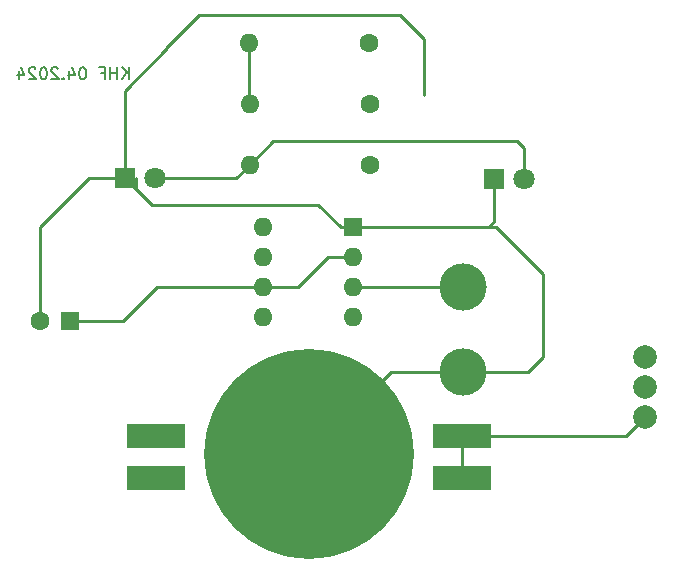
<source format=gbr>
%TF.GenerationSoftware,KiCad,Pcbnew,7.0.8*%
%TF.CreationDate,2024-05-08T14:15:31+02:00*%
%TF.ProjectId,PaperBot,50617065-7242-46f7-942e-6b696361645f,rev?*%
%TF.SameCoordinates,Original*%
%TF.FileFunction,Copper,L2,Bot*%
%TF.FilePolarity,Positive*%
%FSLAX46Y46*%
G04 Gerber Fmt 4.6, Leading zero omitted, Abs format (unit mm)*
G04 Created by KiCad (PCBNEW 7.0.8) date 2024-05-08 14:15:31*
%MOMM*%
%LPD*%
G01*
G04 APERTURE LIST*
%ADD10C,0.150000*%
%TA.AperFunction,NonConductor*%
%ADD11C,0.150000*%
%TD*%
%TA.AperFunction,ComponentPad*%
%ADD12R,1.800000X1.800000*%
%TD*%
%TA.AperFunction,ComponentPad*%
%ADD13C,1.800000*%
%TD*%
%TA.AperFunction,SMDPad,CuDef*%
%ADD14C,4.000000*%
%TD*%
%TA.AperFunction,ComponentPad*%
%ADD15R,1.600000X1.600000*%
%TD*%
%TA.AperFunction,ComponentPad*%
%ADD16C,1.600000*%
%TD*%
%TA.AperFunction,ComponentPad*%
%ADD17O,1.600000X1.600000*%
%TD*%
%TA.AperFunction,ComponentPad*%
%ADD18C,2.000000*%
%TD*%
%TA.AperFunction,SMDPad,CuDef*%
%ADD19R,5.000000X2.000000*%
%TD*%
%TA.AperFunction,SMDPad,CuDef*%
%ADD20C,17.780000*%
%TD*%
%TA.AperFunction,Conductor*%
%ADD21C,0.250000*%
%TD*%
G04 APERTURE END LIST*
D10*
D11*
X112003220Y-51429819D02*
X112003220Y-50429819D01*
X111431792Y-51429819D02*
X111860363Y-50858390D01*
X111431792Y-50429819D02*
X112003220Y-51001247D01*
X111003220Y-51429819D02*
X111003220Y-50429819D01*
X111003220Y-50906009D02*
X110431792Y-50906009D01*
X110431792Y-51429819D02*
X110431792Y-50429819D01*
X109622268Y-50906009D02*
X109955601Y-50906009D01*
X109955601Y-51429819D02*
X109955601Y-50429819D01*
X109955601Y-50429819D02*
X109479411Y-50429819D01*
X108146077Y-50429819D02*
X108050839Y-50429819D01*
X108050839Y-50429819D02*
X107955601Y-50477438D01*
X107955601Y-50477438D02*
X107907982Y-50525057D01*
X107907982Y-50525057D02*
X107860363Y-50620295D01*
X107860363Y-50620295D02*
X107812744Y-50810771D01*
X107812744Y-50810771D02*
X107812744Y-51048866D01*
X107812744Y-51048866D02*
X107860363Y-51239342D01*
X107860363Y-51239342D02*
X107907982Y-51334580D01*
X107907982Y-51334580D02*
X107955601Y-51382200D01*
X107955601Y-51382200D02*
X108050839Y-51429819D01*
X108050839Y-51429819D02*
X108146077Y-51429819D01*
X108146077Y-51429819D02*
X108241315Y-51382200D01*
X108241315Y-51382200D02*
X108288934Y-51334580D01*
X108288934Y-51334580D02*
X108336553Y-51239342D01*
X108336553Y-51239342D02*
X108384172Y-51048866D01*
X108384172Y-51048866D02*
X108384172Y-50810771D01*
X108384172Y-50810771D02*
X108336553Y-50620295D01*
X108336553Y-50620295D02*
X108288934Y-50525057D01*
X108288934Y-50525057D02*
X108241315Y-50477438D01*
X108241315Y-50477438D02*
X108146077Y-50429819D01*
X106955601Y-50763152D02*
X106955601Y-51429819D01*
X107193696Y-50382200D02*
X107431791Y-51096485D01*
X107431791Y-51096485D02*
X106812744Y-51096485D01*
X106431791Y-51334580D02*
X106384172Y-51382200D01*
X106384172Y-51382200D02*
X106431791Y-51429819D01*
X106431791Y-51429819D02*
X106479410Y-51382200D01*
X106479410Y-51382200D02*
X106431791Y-51334580D01*
X106431791Y-51334580D02*
X106431791Y-51429819D01*
X106003220Y-50525057D02*
X105955601Y-50477438D01*
X105955601Y-50477438D02*
X105860363Y-50429819D01*
X105860363Y-50429819D02*
X105622268Y-50429819D01*
X105622268Y-50429819D02*
X105527030Y-50477438D01*
X105527030Y-50477438D02*
X105479411Y-50525057D01*
X105479411Y-50525057D02*
X105431792Y-50620295D01*
X105431792Y-50620295D02*
X105431792Y-50715533D01*
X105431792Y-50715533D02*
X105479411Y-50858390D01*
X105479411Y-50858390D02*
X106050839Y-51429819D01*
X106050839Y-51429819D02*
X105431792Y-51429819D01*
X104812744Y-50429819D02*
X104717506Y-50429819D01*
X104717506Y-50429819D02*
X104622268Y-50477438D01*
X104622268Y-50477438D02*
X104574649Y-50525057D01*
X104574649Y-50525057D02*
X104527030Y-50620295D01*
X104527030Y-50620295D02*
X104479411Y-50810771D01*
X104479411Y-50810771D02*
X104479411Y-51048866D01*
X104479411Y-51048866D02*
X104527030Y-51239342D01*
X104527030Y-51239342D02*
X104574649Y-51334580D01*
X104574649Y-51334580D02*
X104622268Y-51382200D01*
X104622268Y-51382200D02*
X104717506Y-51429819D01*
X104717506Y-51429819D02*
X104812744Y-51429819D01*
X104812744Y-51429819D02*
X104907982Y-51382200D01*
X104907982Y-51382200D02*
X104955601Y-51334580D01*
X104955601Y-51334580D02*
X105003220Y-51239342D01*
X105003220Y-51239342D02*
X105050839Y-51048866D01*
X105050839Y-51048866D02*
X105050839Y-50810771D01*
X105050839Y-50810771D02*
X105003220Y-50620295D01*
X105003220Y-50620295D02*
X104955601Y-50525057D01*
X104955601Y-50525057D02*
X104907982Y-50477438D01*
X104907982Y-50477438D02*
X104812744Y-50429819D01*
X104098458Y-50525057D02*
X104050839Y-50477438D01*
X104050839Y-50477438D02*
X103955601Y-50429819D01*
X103955601Y-50429819D02*
X103717506Y-50429819D01*
X103717506Y-50429819D02*
X103622268Y-50477438D01*
X103622268Y-50477438D02*
X103574649Y-50525057D01*
X103574649Y-50525057D02*
X103527030Y-50620295D01*
X103527030Y-50620295D02*
X103527030Y-50715533D01*
X103527030Y-50715533D02*
X103574649Y-50858390D01*
X103574649Y-50858390D02*
X104146077Y-51429819D01*
X104146077Y-51429819D02*
X103527030Y-51429819D01*
X102669887Y-50763152D02*
X102669887Y-51429819D01*
X102907982Y-50382200D02*
X103146077Y-51096485D01*
X103146077Y-51096485D02*
X102527030Y-51096485D01*
D12*
%TO.P,D2,1,K*%
%TO.N,Net-(D1-K)*%
X142880000Y-59870000D03*
D13*
%TO.P,D2,2,A*%
%TO.N,Net-(D1-A)*%
X145420000Y-59870000D03*
%TD*%
D12*
%TO.P,D1,1,K*%
%TO.N,Net-(D1-K)*%
X111680000Y-59830000D03*
D13*
%TO.P,D1,2,A*%
%TO.N,Net-(D1-A)*%
X114220000Y-59830000D03*
%TD*%
D14*
%TO.P,,1*%
%TO.N,Net-(U1-Q)*%
X140310000Y-69050000D03*
%TD*%
D15*
%TO.P,C1,1*%
%TO.N,Net-(U1-THR)*%
X106990000Y-71920000D03*
D16*
%TO.P,C1,2*%
%TO.N,Net-(D1-K)*%
X104490000Y-71920000D03*
%TD*%
D14*
%TO.P,GND,1*%
%TO.N,Net-(D1-K)*%
X140300000Y-76230000D03*
%TD*%
D15*
%TO.P,NE555,1,GND*%
%TO.N,Net-(D1-K)*%
X130940000Y-63940000D03*
D17*
%TO.P,NE555,2,TR*%
%TO.N,Net-(U1-THR)*%
X130940000Y-66480000D03*
%TO.P,NE555,3,Q*%
%TO.N,Net-(U1-Q)*%
X130940000Y-69020000D03*
%TO.P,NE555,4,R*%
%TO.N,Net-(S1-E)*%
X130940000Y-71560000D03*
%TO.P,NE555,5,CV*%
%TO.N,unconnected-(U1-CV-Pad5)*%
X123320000Y-71560000D03*
%TO.P,NE555,6,THR*%
%TO.N,Net-(U1-THR)*%
X123320000Y-69020000D03*
%TO.P,NE555,7,DIS*%
%TO.N,Net-(U1-DIS)*%
X123320000Y-66480000D03*
%TO.P,NE555,8,VCC*%
%TO.N,Net-(S1-E)*%
X123320000Y-63940000D03*
%TD*%
D18*
%TO.P,S1,1,A*%
%TO.N,Net-(S1-A-Pad1)*%
X155740000Y-80060000D03*
%TO.P,S1,2,E*%
%TO.N,Net-(S1-E)*%
X155740000Y-77520000D03*
%TO.P,S1,3,A*%
%TO.N,unconnected-(S1-A-Pad3)*%
X155740000Y-74980000D03*
%TD*%
D16*
%TO.P,R1,1*%
%TO.N,Net-(U1-THR)*%
X132320000Y-48380000D03*
D17*
%TO.P,R1,2*%
%TO.N,Net-(U1-DIS)*%
X122160000Y-48380000D03*
%TD*%
D19*
%TO.P,U2,*%
%TO.N,Net-(S1-A-Pad1)*%
X140214000Y-85222000D03*
X140214000Y-81666000D03*
%TO.P,U2,1*%
%TO.N,N/C*%
X114320000Y-85222000D03*
X114320000Y-81666000D03*
D20*
%TO.P,U2,2*%
%TO.N,Net-(D1-K)*%
X127260000Y-83190000D03*
%TD*%
D16*
%TO.P,R2,1*%
%TO.N,Net-(S1-E)*%
X132430000Y-53550000D03*
D17*
%TO.P,R2,2*%
%TO.N,Net-(U1-DIS)*%
X122270000Y-53550000D03*
%TD*%
D16*
%TO.P,R3,1*%
%TO.N,Net-(U1-Q)*%
X132380000Y-58720000D03*
D17*
%TO.P,R3,2*%
%TO.N,Net-(D1-A)*%
X122220000Y-58720000D03*
%TD*%
D21*
%TO.N,Net-(U1-THR)*%
X123320000Y-69020000D02*
X114380000Y-69020000D01*
X128890000Y-66480000D02*
X126350000Y-69020000D01*
X130940000Y-66480000D02*
X128890000Y-66480000D01*
X114380000Y-69020000D02*
X111480000Y-71920000D01*
X126350000Y-69020000D02*
X123320000Y-69020000D01*
X111480000Y-71920000D02*
X106990000Y-71920000D01*
%TO.N,Net-(D1-K)*%
X111640000Y-52409261D02*
X111680000Y-52449261D01*
X140300000Y-76230000D02*
X134220000Y-76230000D01*
X115230000Y-48680000D02*
X115230000Y-48819261D01*
X104490000Y-63950000D02*
X104490000Y-71920000D01*
X134220000Y-76230000D02*
X127260000Y-83190000D01*
X145780000Y-76230000D02*
X140300000Y-76230000D01*
X142880000Y-63510000D02*
X142450000Y-63940000D01*
X147030000Y-74980000D02*
X145780000Y-76230000D01*
X112570000Y-59830000D02*
X112570000Y-60700000D01*
X128050000Y-62060000D02*
X129930000Y-63940000D01*
X134950000Y-46000000D02*
X117910000Y-46000000D01*
X142450000Y-63940000D02*
X143050000Y-63940000D01*
X141560000Y-63900000D02*
X141520000Y-63940000D01*
X142880000Y-59870000D02*
X142880000Y-63510000D01*
X113930000Y-62060000D02*
X128050000Y-62060000D01*
X129930000Y-63940000D02*
X130940000Y-63940000D01*
X136990000Y-52740000D02*
X136990000Y-48040000D01*
X115230000Y-48819261D02*
X111640000Y-52409261D01*
X141520000Y-63940000D02*
X142450000Y-63940000D01*
X111700000Y-59830000D02*
X113930000Y-62060000D01*
X147030000Y-67920000D02*
X147030000Y-74980000D01*
X136990000Y-48040000D02*
X134950000Y-46000000D01*
X108610000Y-59830000D02*
X111680000Y-59830000D01*
X108610000Y-59830000D02*
X104490000Y-63950000D01*
X111680000Y-59830000D02*
X111700000Y-59830000D01*
X111680000Y-52449261D02*
X111680000Y-59830000D01*
X115230000Y-48680000D02*
X115110000Y-48800000D01*
X117910000Y-46000000D02*
X115230000Y-48680000D01*
X143050000Y-63940000D02*
X147030000Y-67920000D01*
X130940000Y-63940000D02*
X141520000Y-63940000D01*
%TO.N,Net-(D1-A)*%
X122220000Y-58720000D02*
X124240000Y-56700000D01*
X145420000Y-57270000D02*
X145420000Y-59870000D01*
X114220000Y-59830000D02*
X121110000Y-59830000D01*
X144850000Y-56700000D02*
X145420000Y-57270000D01*
X121110000Y-59830000D02*
X122220000Y-58720000D01*
X124240000Y-56700000D02*
X144850000Y-56700000D01*
%TO.N,Net-(U1-DIS)*%
X122160000Y-48380000D02*
X122160000Y-53440000D01*
X122160000Y-53440000D02*
X122270000Y-53550000D01*
%TO.N,Net-(U1-Q)*%
X130940000Y-69020000D02*
X140280000Y-69020000D01*
X140280000Y-69020000D02*
X140310000Y-69050000D01*
%TO.N,Net-(S1-A-Pad1)*%
X140214000Y-81666000D02*
X140214000Y-85222000D01*
X155740000Y-80060000D02*
X154134000Y-81666000D01*
X154134000Y-81666000D02*
X140214000Y-81666000D01*
%TD*%
M02*

</source>
